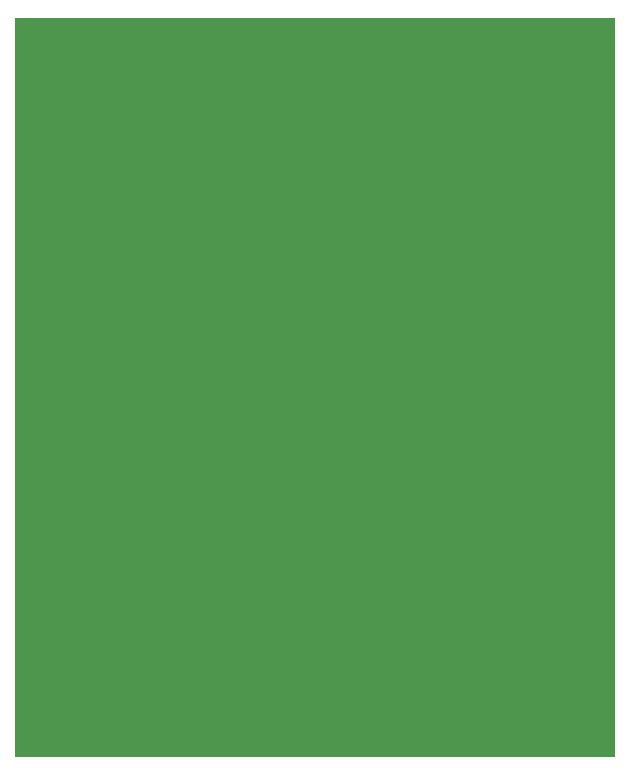
<source format=gbr>
G04 #@! TF.FileFunction,Copper,L2,Bot,Signal*
%FSLAX46Y46*%
G04 Gerber Fmt 4.6, Leading zero omitted, Abs format (unit mm)*
G04 Created by KiCad (PCBNEW 4.0.6) date 06/01/17 22:28:01*
%MOMM*%
%LPD*%
G01*
G04 APERTURE LIST*
%ADD10C,0.025400*%
%ADD11R,50.800000X45.720000*%
%ADD12R,2.420000X6.480000*%
%ADD13C,0.152400*%
G04 APERTURE END LIST*
D10*
D11*
X25400000Y39636700D03*
D12*
X17527500Y3247200D03*
X26287500Y3247200D03*
D13*
G36*
X50723800Y76200D02*
X76200Y76200D01*
X76200Y62420500D01*
X50723800Y62420500D01*
X50723800Y76200D01*
X50723800Y76200D01*
G37*
X50723800Y76200D02*
X76200Y76200D01*
X76200Y62420500D01*
X50723800Y62420500D01*
X50723800Y76200D01*
M02*

</source>
